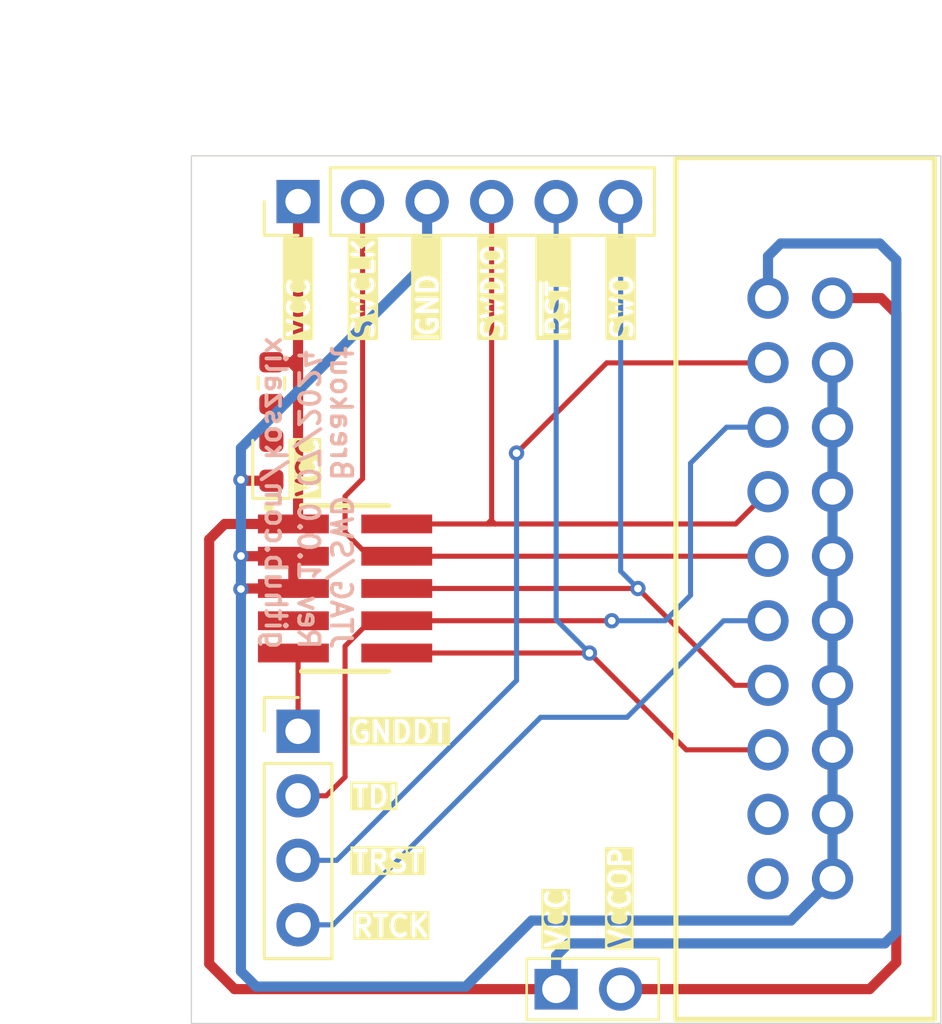
<source format=kicad_pcb>
(kicad_pcb (version 20240108) (generator "pcbnew") (generator_version "8.0")
  (title_block (title "JTAG/SWD Breakout") (date "2024-07-20") (rev "1.0.0"))
  (layers (0 "F.Cu" signal) (31 "B.Cu" signal) (34 "B.Paste" user) (35 "F.Paste" user) (36 "B.SilkS" user "B.Silkscreen") (37 "F.SilkS" user "F.Silkscreen") (38 "B.Mask" user) (39 "F.Mask" user) (44 "Edge.Cuts" user))
  (net 0 "")
  (net 2 "GND")
  (net 3 "/SWCLK{slash}TCK")
  (net 4 "/SWDIO{slash}TMS")
  (net 5 "/GND_Detect")
  (net 6 "/SWO{slash}TDO")
  (net 7 "/TDI")
  (net 8 "VCC")
  (net 9 "/~{RST}")
  (net 10 "Net-(LD1-Pad2)")
  (net 13 "/VCC_opt")
  (net 14 "/RTCK")
  (net 15 "/TRST")
  (footprint "LED_SMD:LED_0603_1608Metric" (layer "F.Cu") (at 88 96.4 90)
    (property "Reference" "LD1" (hide yes))
    (property "Value" "LL-S192UGC-1B")
    (fp_line (start 0.8 -0.735) (end -1.485 -0.735) (stroke (width 0.12)) (layer "F.SilkS"))
    (fp_line (start -1.485 -0.735) (end -1.485 0.735) (stroke (width 0.12)) (layer "F.SilkS"))
    (fp_line (start -1.485 0.735) (end 0.8 0.735) (stroke (width 0.12)) (layer "F.SilkS"))
    (pad "1" smd roundrect (at -0.7875 0 90) (size 0.875 0.95) (layers "F.Cu" "F.Paste" "F.Mask") (net 2 "GND"))
    (pad "2" smd roundrect (at 0.7875 0 90) (size 0.875 0.95) (layers "F.Cu" "F.Paste" "F.Mask") (net 10 "Net-(LD1-Pad2)"))
  )
  (footprint "Koszalix_Connectors_PinHead:Amphenol_68000_102HLF" (layer "F.Cu") (at 100.71 117.2)
    (property "Reference" "J4" (hide yes))
    (property "Value" "68000-102HLF" (hide yes))
    (fp_rect (start -2.66 -1.2) (end 2.54 1.2) (stroke (width 0.1)) (fill none) (layer "F.SilkS"))
    (pad "1" thru_hole rect (at -1.5 0) (size 1.7 1.6) (drill 1.1) (layers "*.Cu" "*.Mask") (net 8 "VCC"))
    (pad "2" thru_hole circle (at 1.04 0) (size 1.7 1.7) (drill 1.1) (layers "*.Cu" "*.Mask") (net 13 "/VCC_opt"))
  )
  (footprint "Connector_PinHeader_2.54mm:PinHeader_1x06_P2.54mm_Vertical" (layer "F.Cu") (at 89.05 86.2 90)
    (property "Reference" "J6" (hide yes))
    (property "Value" "DS1021-1*6SF11-B")
    (fp_line (start -1.33 -1.33) (end 0 -1.33) (stroke (width 0.12)) (layer "F.SilkS"))
    (fp_line (start -1.33 0) (end -1.33 -1.33) (stroke (width 0.12)) (layer "F.SilkS"))
    (fp_line (start 1.33 1.27) (end 1.33 14.03) (stroke (width 0.12)) (layer "F.SilkS"))
    (fp_line (start -1.33 1.27) (end 1.33 1.27) (stroke (width 0.12)) (layer "F.SilkS"))
    (fp_line (start -1.33 1.27) (end -1.33 14.03) (stroke (width 0.12)) (layer "F.SilkS"))
    (fp_line (start -1.33 14.03) (end 1.33 14.03) (stroke (width 0.12)) (layer "F.SilkS"))
    (pad "1" thru_hole rect (at 0 0 90) (size 1.7 1.7) (drill 1) (layers "*.Cu" "*.Mask") (net 8 "VCC"))
    (pad "2" thru_hole oval (at 0 2.54 90) (size 1.7 1.7) (drill 1) (layers "*.Cu" "*.Mask") (net 3 "/SWCLK{slash}TCK"))
    (pad "3" thru_hole oval (at 0 5.08 90) (size 1.7 1.7) (drill 1) (layers "*.Cu" "*.Mask") (net 2 "GND"))
    (pad "4" thru_hole oval (at 0 7.62 90) (size 1.7 1.7) (drill 1) (layers "*.Cu" "*.Mask") (net 4 "/SWDIO{slash}TMS"))
    (pad "5" thru_hole oval (at 0 10.16 90) (size 1.7 1.7) (drill 1) (layers "*.Cu" "*.Mask") (net 9 "/~{RST}"))
    (pad "6" thru_hole oval (at 0 12.7 90) (size 1.7 1.7) (drill 1) (layers "*.Cu" "*.Mask") (net 6 "/SWO{slash}TDO"))
  )
  (footprint "Koszalix_Connectors_PinHead:Samtec-FTSH-105-01-L-DV-K" (layer "F.Cu") (at 90.9 101.43 -90)
    (property "Reference" "J1" (hide yes))
    (property "Value" "JTAG")
    (fp_line (start 3.26 1.715) (end 3.26 -1.715) (stroke (width 0.2)) (layer "F.SilkS"))
    (fp_line (start -3.26 -1.715) (end -3.26 1.715) (stroke (width 0.2)) (layer "F.SilkS"))
    (fp_circle (center -3.2 3) (end -3.1 3) (stroke (width 0.2)) (fill none) (layer "F.SilkS"))
    (pad "1" smd rect (at -2.54 2.035 270) (size 0.74 2.79) (layers "F.Cu" "F.Paste" "F.Mask") (net 8 "VCC"))
    (pad "2" smd rect (at -2.54 -2.035 270) (size 0.74 2.79) (layers "F.Cu" "F.Paste" "F.Mask") (net 4 "/SWDIO{slash}TMS"))
    (pad "3" smd rect (at -1.27 2.035 270) (size 0.74 2.79) (layers "F.Cu" "F.Paste" "F.Mask") (net 2 "GND"))
    (pad "4" smd rect (at -1.27 -2.035 270) (size 0.74 2.79) (layers "F.Cu" "F.Paste" "F.Mask") (net 3 "/SWCLK{slash}TCK"))
    (pad "5" smd rect (at 0 2.035 270) (size 0.74 2.79) (layers "F.Cu" "F.Paste" "F.Mask") (net 2 "GND"))
    (pad "6" smd rect (at 0 -2.035 270) (size 0.74 2.79) (layers "F.Cu" "F.Paste" "F.Mask") (net 6 "/SWO{slash}TDO"))
    (pad "7" smd rect (at 1.27 2.035 270) (size 0.74 2.79) (layers "F.Cu" "F.Paste" "F.Mask"))
    (pad "8" smd rect (at 1.27 -2.035 270) (size 0.74 2.79) (layers "F.Cu" "F.Paste" "F.Mask") (net 7 "/TDI"))
    (pad "9" smd rect (at 2.54 2.035 270) (size 0.74 2.79) (layers "F.Cu" "F.Paste" "F.Mask") (net 5 "/GND_Detect"))
    (pad "10" smd rect (at 2.54 -2.035 270) (size 0.74 2.79) (layers "F.Cu" "F.Paste" "F.Mask") (net 9 "/~{RST}"))
  )
  (footprint "Connector_PinHeader_2.54mm:PinHeader_1x04_P2.54mm_Vertical" (layer "F.Cu") (at 89.05 107.05)
    (property "Reference" "J3" (hide yes))
    (property "Value" "DS1021-1*4SF11-B")
    (fp_line (start -1.33 -1.33) (end 0 -1.33) (stroke (width 0.12)) (layer "F.SilkS"))
    (fp_line (start -1.33 0) (end -1.33 -1.33) (stroke (width 0.12)) (layer "F.SilkS"))
    (fp_line (start -1.33 1.27) (end -1.33 8.95) (stroke (width 0.12)) (layer "F.SilkS"))
    (fp_line (start -1.33 1.27) (end 1.33 1.27) (stroke (width 0.12)) (layer "F.SilkS"))
    (fp_line (start -1.33 8.95) (end 1.33 8.95) (stroke (width 0.12)) (layer "F.SilkS"))
    (fp_line (start 1.33 1.27) (end 1.33 8.95) (stroke (width 0.12)) (layer "F.SilkS"))
    (pad "1" thru_hole rect (at 0 0) (size 1.7 1.7) (drill 1) (layers "*.Cu" "*.Mask") (net 5 "/GND_Detect"))
    (pad "2" thru_hole oval (at 0 2.54) (size 1.7 1.7) (drill 1) (layers "*.Cu" "*.Mask") (net 7 "/TDI"))
    (pad "3" thru_hole oval (at 0 5.08) (size 1.7 1.7) (drill 1) (layers "*.Cu" "*.Mask") (net 15 "/TRST"))
    (pad "4" thru_hole oval (at 0 7.62) (size 1.7 1.7) (drill 1) (layers "*.Cu" "*.Mask") (net 14 "/RTCK"))
  )
  (footprint "Resistor_SMD:R_0603_1608Metric" (layer "F.Cu") (at 88 93.35 -90)
    (property "Reference" "R1" (hide yes))
    (property "Value" "1k")
    (fp_line (start -0.237258 0.5225) (end 0.237258 0.5225) (stroke (width 0.12)) (layer "F.SilkS"))
    (fp_line (start -0.237258 -0.5225) (end 0.237258 -0.5225) (stroke (width 0.12)) (layer "F.SilkS"))
    (pad "1" smd roundrect (at -0.825 0 270) (size 0.8 0.95) (layers "F.Cu" "F.Paste" "F.Mask") (net 8 "VCC"))
    (pad "2" smd roundrect (at 0.825 0 270) (size 0.8 0.95) (layers "F.Cu" "F.Paste" "F.Mask") (net 10 "Net-(LD1-Pad2)"))
  )
  (footprint "Koszalix_Connectors_PinHead:SAMTEC-TST-110-01-X-D" (layer "F.Cu") (at 109.00999 101.43 -90)
    (property "Reference" "J2" (hide yes))
    (property "Value" "~")
    (fp_line (start -16.96 5.08599) (end 16.96 5.08599) (stroke (width 0.2)) (layer "F.SilkS"))
    (fp_line (start 16.96 5.08599) (end 16.96 -5.08599) (stroke (width 0.2)) (layer "F.SilkS"))
    (fp_line (start -16.96 -5.08599) (end -16.96 5.08599) (stroke (width 0.2)) (layer "F.SilkS"))
    (fp_line (start 16.96 -5.08599) (end -16.96 -5.08599) (stroke (width 0.2)) (layer "F.SilkS"))
    (pad "1" thru_hole circle (at -11.43 1.45999 270) (size 1.62001 1.62001) (drill 1.01999) (layers "*.Cu") (net 8 "VCC"))
    (pad "2" thru_hole circle (at -11.43 -1.08001 270) (size 1.62001 1.62001) (drill 1.01999) (layers "*.Cu") (net 13 "/VCC_opt"))
    (pad "3" thru_hole circle (at -8.89 1.45999 270) (size 1.62001 1.62001) (drill 1.01999) (layers "*.Cu") (net 15 "/TRST"))
    (pad "4" thru_hole circle (at -8.89 -1.08001 270) (size 1.62001 1.62001) (drill 1.01999) (layers "*.Cu") (net 2 "GND"))
    (pad "5" thru_hole circle (at -6.35 1.45999 270) (size 1.62001 1.62001) (drill 1.01999) (layers "*.Cu") (net 7 "/TDI"))
    (pad "6" thru_hole circle (at -6.35 -1.08001 270) (size 1.62001 1.62001) (drill 1.01999) (layers "*.Cu") (net 2 "GND"))
    (pad "7" thru_hole circle (at -3.81 1.45999 270) (size 1.62001 1.62001) (drill 1.01999) (layers "*.Cu") (net 4 "/SWDIO{slash}TMS"))
    (pad "8" thru_hole circle (at -3.81 -1.08001 270) (size 1.62001 1.62001) (drill 1.01999) (layers "*.Cu") (net 2 "GND"))
    (pad "9" thru_hole circle (at -1.27 1.45999 270) (size 1.62001 1.62001) (drill 1.01999) (layers "*.Cu") (net 3 "/SWCLK{slash}TCK"))
    (pad "10" thru_hole circle (at -1.27 -1.08001 270) (size 1.62001 1.62001) (drill 1.01999) (layers "*.Cu") (net 2 "GND"))
    (pad "11" thru_hole circle (at 1.27 1.45999 270) (size 1.62001 1.62001) (drill 1.01999) (layers "*.Cu") (net 14 "/RTCK"))
    (pad "12" thru_hole circle (at 1.27 -1.08001 270) (size 1.62001 1.62001) (drill 1.01999) (layers "*.Cu") (net 2 "GND"))
    (pad "13" thru_hole circle (at 3.81 1.45999 270) (size 1.62001 1.62001) (drill 1.01999) (layers "*.Cu") (net 6 "/SWO{slash}TDO"))
    (pad "14" thru_hole circle (at 3.81 -1.08001 270) (size 1.62001 1.62001) (drill 1.01999) (layers "*.Cu") (net 2 "GND"))
    (pad "15" thru_hole circle (at 6.35 1.45999 270) (size 1.62001 1.62001) (drill 1.01999) (layers "*.Cu") (net 9 "/~{RST}"))
    (pad "16" thru_hole circle (at 6.35 -1.08001 270) (size 1.62001 1.62001) (drill 1.01999) (layers "*.Cu") (net 2 "GND"))
    (pad "17" thru_hole circle (at 8.89 1.45999 270) (size 1.62001 1.62001) (drill 1.01999) (layers "*.Cu"))
    (pad "18" thru_hole circle (at 8.89 -1.08001 270) (size 1.62001 1.62001) (drill 1.01999) (layers "*.Cu") (net 2 "GND"))
    (pad "19" thru_hole circle (at 11.43 1.45999 270) (size 1.62001 1.62001) (drill 1.01999) (layers "*.Cu"))
    (pad "20" thru_hole circle (at 11.43 -1.08001 270) (size 1.62001 1.62001) (drill 1.01999) (layers "*.Cu") (net 2 "GND"))
  )
  (gr_rect (start 88.5 87.65) (end 89.6 91.6) (stroke (width 0.1)) (fill none) (layer "F.SilkS"))
  (gr_rect (start 101.2 87.65) (end 102.3 91.6) (stroke (width 0.1)) (fill none) (layer "F.SilkS"))
  (gr_rect (start 96.15 87.65) (end 97.25 91.6) (stroke (width 0.1)) (fill none) (layer "F.SilkS"))
  (gr_rect (start 93.55 87.65) (end 94.65 91.6) (stroke (width 0.1)) (fill none) (layer "F.SilkS"))
  (gr_rect (start 88.5 87.65) (end 89.6 89.2) (stroke (width 0.1)) (fill solid) (layer "F.SilkS"))
  (gr_rect (start 101.2 87.65) (end 102.3 89.1) (stroke (width 0.1)) (fill solid) (layer "F.SilkS"))
  (gr_rect (start 93.55 87.65) (end 94.65 89.05) (stroke (width 0.1)) (fill solid) (layer "F.SilkS"))
  (gr_rect (start 91.05 87.65) (end 92.15 91.6) (stroke (width 0.1)) (fill none) (layer "F.SilkS"))
  (gr_rect (start 96.15 87.65) (end 97.25 87.85) (stroke (width 0.1)) (fill solid) (layer "F.SilkS"))
  (gr_rect (start 98.45 87.65) (end 99.75 91.6) (stroke (width 0.1)) (fill none) (layer "F.SilkS"))
  (gr_rect (start 98.45 87.65) (end 99.75 89.25) (stroke (width 0.1)) (fill solid) (layer "F.SilkS"))
  (gr_rect (start 84.85 84.4) (end 114.35 118.55) (stroke (width 0.05)) (fill none) (layer "Edge.Cuts"))
  (gr_text "JTAG/SWD Breakout\nRev 1.0.0 07/2024\ngithub.com/koszalix" (at 87.7 103.9 -90) (layer "B.SilkS") (effects (font (size 0.8 0.8) (thickness 0.15) (bold yes)) (justify left bottom mirror)))
  (gr_text "RTCK" (at 91.1 115.2 0) (layer "F.SilkS" knockout) (effects (font (size 0.8 0.8) (thickness 0.15) (bold yes)) (justify left bottom)))
  (gr_text "VCC  " (at 89.55 91.6 90) (layer "F.SilkS" knockout) (effects (font (size 0.8 0.8) (thickness 0.15) (bold yes)) (justify left bottom)))
  (gr_text "GNDDT\n" (at 91 107.55 0) (layer "F.SilkS" knockout) (effects (font (size 0.8 0.8) (thickness 0.15) (bold yes)) (justify left bottom)))
  (gr_text "SWDIO" (at 97.18 91.7 90) (layer "F.SilkS" knockout) (effects (font (size 0.8 0.8) (thickness 0.15) (bold yes)) (justify left bottom)))
  (gr_text "TDI" (at 91.1 110.1 0) (layer "F.SilkS" knockout) (effects (font (size 0.8 0.8) (thickness 0.15) (bold yes)) (justify left bottom)))
  (gr_text "VCCOP" (at 102.2 115.65 90) (layer "F.SilkS" knockout) (effects (font (size 0.8 0.8) (thickness 0.15) (bold yes)) (justify left bottom)))
  (gr_text "~{RST}" (at 99.73 91.6 90) (layer "F.SilkS" knockout) (effects (font (size 0.8 0.8) (thickness 0.15) (bold yes)) (justify left bottom)))
  (gr_text "GND" (at 94.63 91.6 90) (layer "F.SilkS" knockout) (effects (font (size 0.8 0.8) (thickness 0.15) (bold yes)) (justify left bottom)))
  (gr_text "SWCLK" (at 92.09 91.7 90) (layer "F.SilkS" knockout) (effects (font (size 0.8 0.8) (thickness 0.15) (bold yes)) (justify left bottom)))
  (gr_text "SWO" (at 102.28 91.7 90) (layer "F.SilkS" knockout) (effects (font (size 0.8 0.8) (thickness 0.15) (bold yes)) (justify left bottom)))
  (gr_text "VCC" (at 99.7 115.65 90) (layer "F.SilkS" knockout) (effects (font (size 0.8 0.8) (thickness 0.15) (bold yes)) (justify left bottom)))
  (gr_text "VCC" (at 89.9 97.9 90) (layer "F.SilkS" knockout) (effects (font (size 0.8 0.8) (thickness 0.15) (bold yes)) (justify left bottom)))
  (gr_text "TRST" (at 91.1 112.65 0) (layer "F.SilkS" knockout) (effects (font (size 0.8 0.8) (thickness 0.15) (bold yes)) (justify left bottom)))
  (segment (start 86.81 100.16) (end 86.8 100.15) (width 0.4) (layer "F.Cu") (net 2))
  (segment (start 88 97.1875) (end 86.8375 97.1875) (width 0.4) (layer "F.Cu") (net 2))
  (segment (start 88.865 101.43) (end 86.82 101.43) (width 0.4) (layer "F.Cu") (net 2))
  (segment (start 86.8375 97.1875) (end 86.8 97.15) (width 0.4) (layer "F.Cu") (net 2))
  (segment (start 86.82 101.43) (end 86.8 101.45) (width 0.4) (layer "F.Cu") (net 2))
  (segment (start 88.865 100.16) (end 86.81 100.16) (width 0.4) (layer "F.Cu") (net 2))
  (segment (start 88.865 100.16) (end 88.865 101.43) (width 0.4) (layer "F.Cu") (net 2))
  (via (at 86.8 100.15) (size 0.6) (drill 0.3) (layers "F.Cu" "B.Cu") (net 2))
  (via (at 86.8 97.15) (size 0.6) (drill 0.3) (layers "F.Cu" "B.Cu") (net 2))
  (via (at 86.8 101.45) (size 0.6) (drill 0.3) (layers "F.Cu" "B.Cu") (net 2))
  (segment (start 98.25 114.5) (end 108.45 114.5) (width 0.4) (layer "B.Cu") (net 2))
  (segment (start 86.8 116.5) (end 87.4 117.1) (width 0.4) (layer "B.Cu") (net 2))
  (segment (start 86.8 100.15) (end 86.8 101.45) (width 0.4) (layer "B.Cu") (net 2))
  (segment (start 86.8 101.45) (end 86.8 116.5) (width 0.4) (layer "B.Cu") (net 2))
  (segment (start 86.8 95.9) (end 86.8 97.15) (width 0.4) (layer "B.Cu") (net 2))
  (segment (start 95.65 117.1) (end 98.25 114.5) (width 0.4) (layer "B.Cu") (net 2))
  (segment (start 110.09 112.86) (end 110.09 92.54) (width 0.4) (layer "B.Cu") (net 2))
  (segment (start 108.45 114.5) (end 110.09 112.86) (width 0.4) (layer "B.Cu") (net 2))
  (segment (start 87.4 117.1) (end 95.65 117.1) (width 0.4) (layer "B.Cu") (net 2))
  (segment (start 94.13 86.2) (end 94.13 88.57) (width 0.4) (layer "B.Cu") (net 2))
  (segment (start 94.13 88.57) (end 86.8 95.9) (width 0.4) (layer "B.Cu") (net 2))
  (segment (start 86.8 97.15) (end 86.8 100.15) (width 0.4) (layer "B.Cu") (net 2))
  (segment (start 91.84 100.16) (end 92.935 100.16) (width 0.2) (layer "F.Cu") (net 3))
  (segment (start 92.935 100.16) (end 107.55 100.16) (width 0.2) (layer "F.Cu") (net 3))
  (segment (start 91.59 97.11) (end 90.9 97.8) (width 0.2) (layer "F.Cu") (net 3))
  (segment (start 91.59 86.2) (end 91.59 97.11) (width 0.2) (layer "F.Cu") (net 3))
  (segment (start 90.9 97.8) (end 90.9 99.22) (width 0.2) (layer "F.Cu") (net 3))
  (segment (start 90.9 99.22) (end 91.84 100.16) (width 0.2) (layer "F.Cu") (net 3))
  (segment (start 96.67 98.72) (end 96.67 98.76) (width 0.2) (layer "F.Cu") (net 4))
  (segment (start 96.67 86.2) (end 96.67 98.72) (width 0.2) (layer "F.Cu") (net 4))
  (segment (start 96.5 98.89) (end 96.8 98.89) (width 0.2) (layer "F.Cu") (net 4))
  (segment (start 96.67 98.76) (end 96.8 98.89) (width 0.2) (layer "F.Cu") (net 4))
  (segment (start 96.67 98.72) (end 96.5 98.89) (width 0.2) (layer "F.Cu") (net 4))
  (segment (start 96.8 98.89) (end 106.28 98.89) (width 0.2) (layer "F.Cu") (net 4))
  (segment (start 106.28 98.89) (end 107.55 97.62) (width 0.2) (layer "F.Cu") (net 4))
  (segment (start 92.935 98.89) (end 96.5 98.89) (width 0.2) (layer "F.Cu") (net 4))
  (segment (start 89.05 104.155) (end 88.865 103.97) (width 0.2) (layer "F.Cu") (net 5))
  (segment (start 89.05 107.05) (end 89.05 104.155) (width 0.2) (layer "F.Cu") (net 5))
  (segment (start 92.935 101.43) (end 102.43 101.43) (width 0.2) (layer "F.Cu") (net 6))
  (segment (start 106.24 105.24) (end 107.55 105.24) (width 0.2) (layer "F.Cu") (net 6))
  (segment (start 102.43 101.43) (end 106.24 105.24) (width 0.2) (layer "F.Cu") (net 6))
  (via (at 102.43 101.43) (size 0.6) (drill 0.3) (layers "F.Cu" "B.Cu") (net 6))
  (segment (start 101.75 100.75) (end 102.43 101.43) (width 0.2) (layer "B.Cu") (net 6))
  (segment (start 101.75 86.2) (end 101.75 100.75) (width 0.2) (layer "B.Cu") (net 6))
  (segment (start 90.9 103.7) (end 91.9 102.7) (width 0.2) (layer "F.Cu") (net 7))
  (segment (start 92.935 102.7) (end 101.4 102.7) (width 0.2) (layer "F.Cu") (net 7))
  (segment (start 90.16 109.59) (end 90.9 108.85) (width 0.2) (layer "F.Cu") (net 7))
  (segment (start 90.9 108.85) (end 90.9 103.7) (width 0.2) (layer "F.Cu") (net 7))
  (segment (start 89.05 109.59) (end 90.16 109.59) (width 0.2) (layer "F.Cu") (net 7))
  (segment (start 91.9 102.7) (end 92.935 102.7) (width 0.2) (layer "F.Cu") (net 7))
  (via (at 101.4 102.7) (size 0.6) (drill 0.3) (layers "F.Cu" "B.Cu") (net 7))
  (segment (start 104.5 101.7) (end 104.5 96.5) (width 0.2) (layer "B.Cu") (net 7))
  (segment (start 103.5 102.7) (end 104.5 101.7) (width 0.2) (layer "B.Cu") (net 7))
  (segment (start 104.5 96.5) (end 105.92 95.08) (width 0.2) (layer "B.Cu") (net 7))
  (segment (start 101.4 102.7) (end 103.5 102.7) (width 0.2) (layer "B.Cu") (net 7))
  (segment (start 105.92 95.08) (end 107.55 95.08) (width 0.2) (layer "B.Cu") (net 7))
  (segment (start 88 92.525) (end 88.825 92.525) (width 0.4) (layer "F.Cu") (net 8))
  (segment (start 86.16 98.89) (end 85.55 99.5) (width 0.4) (layer "F.Cu") (net 8))
  (segment (start 88.825 92.575) (end 89.05 92.8) (width 0.4) (layer "F.Cu") (net 8))
  (segment (start 89.05 92.8) (end 89.05 96.95) (width 0.4) (layer "F.Cu") (net 8))
  (segment (start 85.55 116.2) (end 85.55 99.5) (width 0.4) (layer "F.Cu") (net 8))
  (segment (start 89.05 86.2) (end 89.05 92.3) (width 0.4) (layer "F.Cu") (net 8))
  (segment (start 89.05 97.45) (end 89.05 98.705) (width 0.4) (layer "F.Cu") (net 8))
  (segment (start 88.825 92.525) (end 88.825 92.575) (width 0.4) (layer "F.Cu") (net 8))
  (segment (start 89.05 97.4) (end 89.05 97.45) (width 0.4) (layer "F.Cu") (net 8))
  (segment (start 89.05 92.3) (end 89.05 92.8) (width 0.4) (layer "F.Cu") (net 8))
  (segment (start 89.05 98.705) (end 88.865 98.89) (width 0.4) (layer "F.Cu") (net 8))
  (segment (start 88.865 98.89) (end 86.16 98.89) (width 0.4) (layer "F.Cu") (net 8))
  (segment (start 89.05 96.95) (end 89.05 97.45) (width 0.4) (layer "F.Cu") (net 8))
  (segment (start 99.21 117.2) (end 87.45 117.2) (width 0.4) (layer "F.Cu") (net 8))
  (segment (start 86.55 117.2) (end 85.55 116.2) (width 0.4) (layer "F.Cu") (net 8))
  (segment (start 87.45 117.2) (end 86.55 117.2) (width 0.4) (layer "F.Cu") (net 8))
  (segment (start 88.825 92.525) (end 89.05 92.3) (width 0.4) (layer "F.Cu") (net 8))
  (segment (start 112.6 88.5) (end 112.6 114.95) (width 0.4) (layer "B.Cu") (net 8))
  (segment (start 108.05 87.85) (end 111.95 87.85) (width 0.4) (layer "B.Cu") (net 8))
  (segment (start 107.55 88.35) (end 108.05 87.85) (width 0.4) (layer "B.Cu") (net 8))
  (segment (start 112.15 115.4) (end 99.7 115.4) (width 0.4) (layer "B.Cu") (net 8))
  (segment (start 107.55 90) (end 107.55 88.35) (width 0.4) (layer "B.Cu") (net 8))
  (segment (start 99.21 117.2) (end 99.21 115.89) (width 0.4) (layer "B.Cu") (net 8))
  (segment (start 112.6 114.95) (end 112.15 115.4) (width 0.4) (layer "B.Cu") (net 8))
  (segment (start 111.95 87.85) (end 112.6 88.5) (width 0.4) (layer "B.Cu") (net 8))
  (segment (start 99.21 115.89) (end 99.7 115.4) (width 0.4) (layer "B.Cu") (net 8))
  (segment (start 100.52 103.97) (end 104.33 107.78) (width 0.2) (layer "F.Cu") (net 9))
  (segment (start 92.935 103.97) (end 100.52 103.97) (width 0.2) (layer "F.Cu") (net 9))
  (segment (start 104.33 107.78) (end 107.55 107.78) (width 0.2) (layer "F.Cu") (net 9))
  (via (at 100.52 103.97) (size 0.6) (drill 0.3) (layers "F.Cu" "B.Cu") (net 9))
  (segment (start 99.21 102.66) (end 100.52 103.97) (width 0.2) (layer "B.Cu") (net 9))
  (segment (start 99.21 86.2) (end 99.21 102.66) (width 0.2) (layer "B.Cu") (net 9))
  (segment (start 101.75 117.2) (end 111.55 117.2) (width 0.4) (layer "F.Cu") (net 13))
  (segment (start 112 90) (end 110.09 90) (width 0.4) (layer "F.Cu") (net 13))
  (segment (start 111.55 117.2) (end 112.6 116.15) (width 0.4) (layer "F.Cu") (net 13))
  (segment (start 112.6 116.15) (end 112.6 90.6) (width 0.4) (layer "F.Cu") (net 13))
  (segment (start 112.6 90.6) (end 112 90) (width 0.4) (layer "F.Cu") (net 13))
  (segment (start 98.6 106.5) (end 102 106.5) (width 0.2) (layer "B.Cu") (net 14))
  (segment (start 89.05 114.67) (end 90.43 114.67) (width 0.2) (layer "B.Cu") (net 14))
  (segment (start 90.43 114.67) (end 98.6 106.5) (width 0.2) (layer "B.Cu") (net 14))
  (segment (start 102 106.5) (end 105.8 102.7) (width 0.2) (layer "B.Cu") (net 14))
  (segment (start 105.8 102.7) (end 107.55 102.7) (width 0.2) (layer "B.Cu") (net 14))
  (segment (start 101.2 92.55) (end 107.54 92.55) (width 0.2) (layer "F.Cu") (net 15))
  (segment (start 97.65 96.1) (end 101.2 92.55) (width 0.2) (layer "F.Cu") (net 15))
  (segment (start 107.54 92.55) (end 107.55 92.54) (width 0.2) (layer "F.Cu") (net 15))
  (via (at 97.65 96.1) (size 0.6) (drill 0.3) (layers "F.Cu" "B.Cu") (net 15))
  (segment (start 89.05 112.13) (end 90.57 112.13) (width 0.2) (layer "B.Cu") (net 15))
  (segment (start 90.57 112.13) (end 97.65 105.05) (width 0.2) (layer "B.Cu") (net 15))
  (segment (start 97.65 105.05) (end 97.65 96.1) (width 0.2) (layer "B.Cu") (net 15))
  (segment (start 97.7 96.15) (end 97.65 96.1) (width 0.2) (layer "B.Cu") (net 15))
)
</source>
